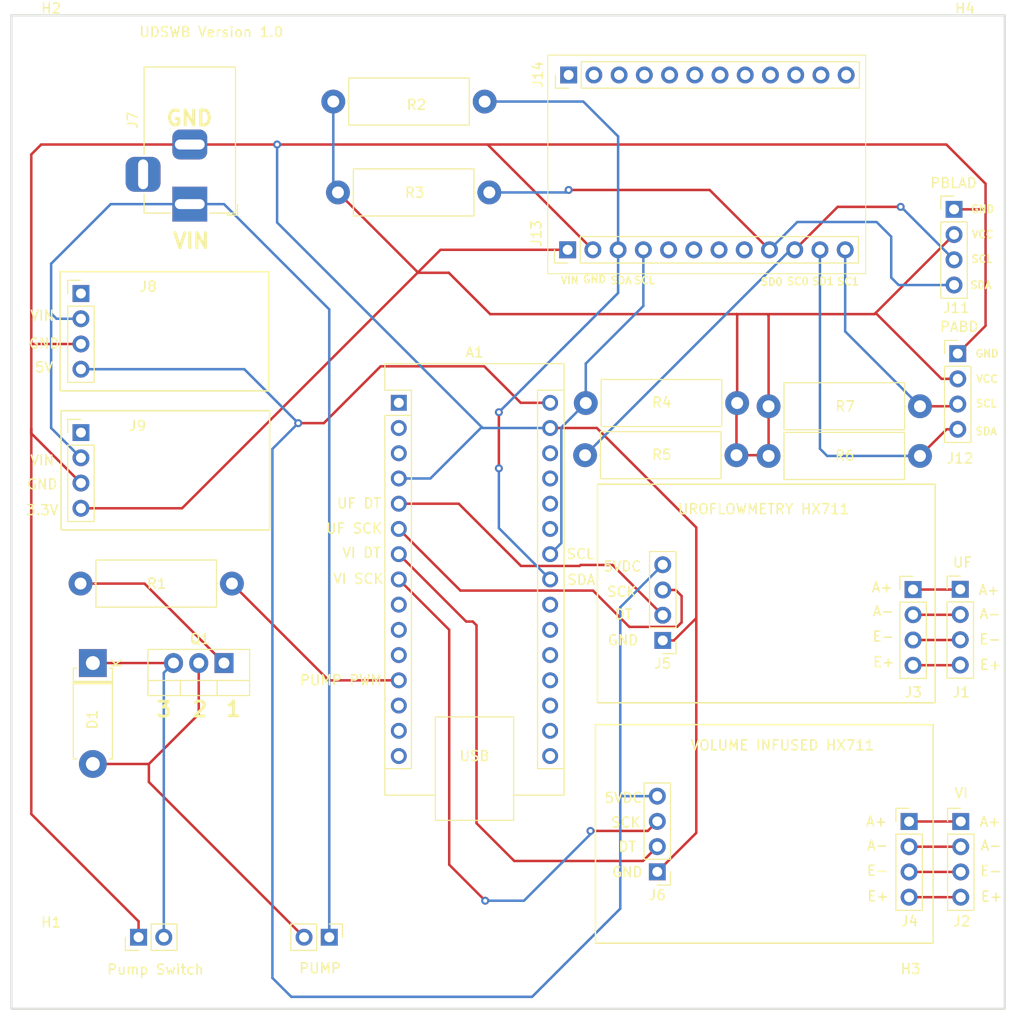
<source format=kicad_pcb>
(kicad_pcb (version 20211014) (generator pcbnew)
  (layers (0 "F.Cu" signal) (31 "B.Cu" signal) (34 "B.Paste" user) (35 "F.Paste" user) (36 "B.SilkS" user "B.Silkscreen") (37 "F.SilkS" user "F.Silkscreen") (38 "B.Mask" user) (39 "F.Mask" user) (44 "Edge.Cuts" user))
  (net 0 "")
  (net 4 "/GND")
  (net 5 "/UF_DT")
  (net 6 "/UF_SCK")
  (net 7 "/VI_DT")
  (net 8 "/VI_SCK")
  (net 12 "/MOTOR_PWM")
  (net 23 "/MUX_SDA")
  (net 24 "/MUX_SCL")
  (net 29 "/VCC_5DC")
  (net 30 "Net-(D1-Pad1)")
  (net 31 "Net-(D1-Pad2)")
  (net 32 "Net-(J1-Pad1)")
  (net 33 "Net-(J1-Pad2)")
  (net 34 "Net-(J1-Pad3)")
  (net 35 "Net-(J1-Pad4)")
  (net 36 "Net-(J2-Pad1)")
  (net 37 "Net-(J2-Pad2)")
  (net 38 "Net-(J2-Pad3)")
  (net 39 "Net-(J2-Pad4)")
  (net 40 "/VCC_12DC")
  (net 43 "/VCC_3.3DC")
  (net 44 "Net-(J11-Pad3)")
  (net 45 "Net-(J11-Pad4)")
  (net 46 "Net-(J12-Pad3)")
  (net 47 "Net-(J12-Pad4)")
  (net 64 "Net-(Q1-Pad1)")
  (footprint "Connector_PinHeader_2.54mm:PinHeader_1x04_P2.54mm_Vertical" (layer "F.Cu") (at 134.9 59.525)
    (fp_text reference "J11" (at 0.225 9.925) (layer "F.SilkS"))
    (fp_text value "PBLAD")
    (pad "1" thru_hole rect (at 0 0) (size 1.7 1.7) (drill 1) (layers *.Cu *.Mask) (net 4 "/GND"))
    (pad "2" thru_hole oval (at 0 2.54) (size 1.7 1.7) (drill 1) (layers *.Cu *.Mask) (net 43 "/VCC_3.3DC"))
    (pad "3" thru_hole oval (at 0 5.08) (size 1.7 1.7) (drill 1) (layers *.Cu *.Mask) (net 44 "Net-(J11-Pad3)"))
    (pad "4" thru_hole oval (at 0 7.62) (size 1.7 1.7) (drill 1) (layers *.Cu *.Mask) (net 45 "Net-(J11-Pad4)"))
  )
  (footprint "Connector_PinHeader_2.54mm:PinHeader_1x04_P2.54mm_Vertical" (layer "F.Cu") (at 130.375 121.15)
    (fp_text reference "J4" (at 0.05 10.025) (layer "F.SilkS"))
    (fp_text value "HX711_OUT_VI")
    (pad "1" thru_hole rect (at 0 0) (size 1.7 1.7) (drill 1) (layers *.Cu *.Mask) (net 36 "Net-(J2-Pad1)"))
    (pad "2" thru_hole oval (at 0 2.54) (size 1.7 1.7) (drill 1) (layers *.Cu *.Mask) (net 37 "Net-(J2-Pad2)"))
    (pad "3" thru_hole oval (at 0 5.08) (size 1.7 1.7) (drill 1) (layers *.Cu *.Mask) (net 38 "Net-(J2-Pad3)"))
    (pad "4" thru_hole oval (at 0 7.62) (size 1.7 1.7) (drill 1) (layers *.Cu *.Mask) (net 39 "Net-(J2-Pad4)"))
  )
  (footprint "Connector_PinHeader_2.54mm:PinHeader_1x04_P2.54mm_Vertical" (layer "F.Cu") (at 47 68)
    (fp_text reference "J8" (at 6.775 -0.7) (layer "F.SilkS"))
    (fp_text value "5vDC Buck Conv")
    (pad "1" thru_hole rect (at 0 0) (size 1.7 1.7) (drill 1) (layers *.Cu *.Mask))
    (pad "2" thru_hole oval (at 0 2.54) (size 1.7 1.7) (drill 1) (layers *.Cu *.Mask) (net 40 "/VCC_12DC"))
    (pad "3" thru_hole oval (at 0 5.08) (size 1.7 1.7) (drill 1) (layers *.Cu *.Mask) (net 4 "/GND"))
    (pad "4" thru_hole oval (at 0 7.62) (size 1.7 1.7) (drill 1) (layers *.Cu *.Mask) (net 29 "/VCC_5DC"))
  )
  (footprint "Connector_PinHeader_2.54mm:PinHeader_1x12_P2.54mm_Vertical" (layer "F.Cu") (at 96 63.6 90)
    (fp_text reference "J13" (at 1.65 -3.15 90) (layer "F.SilkS"))
    (fp_text value "TCA9548A Left")
    (pad "1" thru_hole rect (at 0 0 90) (size 1.7 1.7) (drill 1) (layers *.Cu *.Mask) (net 43 "/VCC_3.3DC"))
    (pad "2" thru_hole oval (at 0 2.54 90) (size 1.7 1.7) (drill 1) (layers *.Cu *.Mask) (net 4 "/GND"))
    (pad "3" thru_hole oval (at 0 5.08 90) (size 1.7 1.7) (drill 1) (layers *.Cu *.Mask) (net 23 "/MUX_SDA"))
    (pad "4" thru_hole oval (at 0 7.62 90) (size 1.7 1.7) (drill 1) (layers *.Cu *.Mask) (net 24 "/MUX_SCL"))
    (pad "5" thru_hole oval (at 0 10.16 90) (size 1.7 1.7) (drill 1) (layers *.Cu *.Mask))
    (pad "6" thru_hole oval (at 0 12.7 90) (size 1.7 1.7) (drill 1) (layers *.Cu *.Mask))
    (pad "7" thru_hole oval (at 0 15.24 90) (size 1.7 1.7) (drill 1) (layers *.Cu *.Mask))
    (pad "8" thru_hole oval (at 0 17.78 90) (size 1.7 1.7) (drill 1) (layers *.Cu *.Mask))
    (pad "9" thru_hole oval (at 0 20.32 90) (size 1.7 1.7) (drill 1) (layers *.Cu *.Mask) (net 45 "Net-(J11-Pad4)"))
    (pad "10" thru_hole oval (at 0 22.86 90) (size 1.7 1.7) (drill 1) (layers *.Cu *.Mask) (net 44 "Net-(J11-Pad3)"))
    (pad "11" thru_hole oval (at 0 25.4 90) (size 1.7 1.7) (drill 1) (layers *.Cu *.Mask) (net 47 "Net-(J12-Pad4)"))
    (pad "12" thru_hole oval (at 0 27.94 90) (size 1.7 1.7) (drill 1) (layers *.Cu *.Mask) (net 46 "Net-(J12-Pad3)"))
  )
  (footprint "Connector_PinHeader_2.54mm:PinHeader_1x04_P2.54mm_Vertical" (layer "F.Cu") (at 105.575 102.925 180)
    (fp_text reference "J5" (at 0 -2.33) (layer "F.SilkS"))
    (fp_text value "HX711_OUT_UF")
    (pad "1" thru_hole rect (at 0 0 180) (size 1.7 1.7) (drill 1) (layers *.Cu *.Mask) (net 4 "/GND"))
    (pad "2" thru_hole oval (at 0 2.54 180) (size 1.7 1.7) (drill 1) (layers *.Cu *.Mask) (net 5 "/UF_DT"))
    (pad "3" thru_hole oval (at 0 5.08 180) (size 1.7 1.7) (drill 1) (layers *.Cu *.Mask) (net 6 "/UF_SCK"))
    (pad "4" thru_hole oval (at 0 7.62 180) (size 1.7 1.7) (drill 1) (layers *.Cu *.Mask) (net 29 "/VCC_5DC"))
  )
  (footprint "Connector_PinHeader_2.54mm:PinHeader_1x04_P2.54mm_Vertical" (layer "F.Cu") (at 135.525 97.775)
    (fp_text reference "J1" (at 0.1 10.375) (layer "F.SilkS"))
    (fp_text value "LOADCELL_OUT_UF")
    (pad "1" thru_hole rect (at 0 0) (size 1.7 1.7) (drill 1) (layers *.Cu *.Mask) (net 32 "Net-(J1-Pad1)"))
    (pad "2" thru_hole oval (at 0 2.54) (size 1.7 1.7) (drill 1) (layers *.Cu *.Mask) (net 33 "Net-(J1-Pad2)"))
    (pad "3" thru_hole oval (at 0 5.08) (size 1.7 1.7) (drill 1) (layers *.Cu *.Mask) (net 34 "Net-(J1-Pad3)"))
    (pad "4" thru_hole oval (at 0 7.62) (size 1.7 1.7) (drill 1) (layers *.Cu *.Mask) (net 35 "Net-(J1-Pad4)"))
  )
  (footprint "Connector_PinHeader_2.54mm:PinHeader_1x04_P2.54mm_Vertical" (layer "F.Cu") (at 135.575 121.15)
    (fp_text reference "J2" (at 0.1 10.05) (layer "F.SilkS"))
    (fp_text value "LOADCELL_OUT_VI")
    (pad "1" thru_hole rect (at 0 0) (size 1.7 1.7) (drill 1) (layers *.Cu *.Mask) (net 36 "Net-(J2-Pad1)"))
    (pad "2" thru_hole oval (at 0 2.54) (size 1.7 1.7) (drill 1) (layers *.Cu *.Mask) (net 37 "Net-(J2-Pad2)"))
    (pad "3" thru_hole oval (at 0 5.08) (size 1.7 1.7) (drill 1) (layers *.Cu *.Mask) (net 38 "Net-(J2-Pad3)"))
    (pad "4" thru_hole oval (at 0 7.62) (size 1.7 1.7) (drill 1) (layers *.Cu *.Mask) (net 39 "Net-(J2-Pad4)"))
  )
  (footprint "Connector_PinHeader_2.54mm:PinHeader_1x04_P2.54mm_Vertical" (layer "F.Cu") (at 135.275 74.05)
    (fp_text reference "J12" (at 0.225 10.55) (layer "F.SilkS"))
    (fp_text value "PABD")
    (pad "1" thru_hole rect (at 0 0) (size 1.7 1.7) (drill 1) (layers *.Cu *.Mask) (net 4 "/GND"))
    (pad "2" thru_hole oval (at 0 2.54) (size 1.7 1.7) (drill 1) (layers *.Cu *.Mask) (net 43 "/VCC_3.3DC"))
    (pad "3" thru_hole oval (at 0 5.08) (size 1.7 1.7) (drill 1) (layers *.Cu *.Mask) (net 46 "Net-(J12-Pad3)"))
    (pad "4" thru_hole oval (at 0 7.62) (size 1.7 1.7) (drill 1) (layers *.Cu *.Mask) (net 47 "Net-(J12-Pad4)"))
  )
  (footprint "Resistor_THT:R_Axial_DIN0414_L11.9mm_D4.5mm_P15.24mm_Horizontal" (layer "F.Cu") (at 116.23 84.35)
    (fp_text reference "R6" (at 7.67 -0.025) (layer "F.SilkS"))
    (fp_text value "R")
    (pad "1" thru_hole circle (at 0 0) (size 2.4 2.4) (drill 1.2) (layers *.Cu *.Mask) (net 43 "/VCC_3.3DC"))
    (pad "2" thru_hole oval (at 15.24 0) (size 2.4 2.4) (drill 1.2) (layers *.Cu *.Mask) (net 47 "Net-(J12-Pad4)"))
  )
  (footprint "Resistor_THT:R_Axial_DIN0414_L11.9mm_D4.5mm_P15.24mm_Horizontal" (layer "F.Cu") (at 72.875 57.825)
    (fp_text reference "R3" (at 7.725 0.025) (layer "F.SilkS"))
    (fp_text value "R")
    (pad "1" thru_hole circle (at 0 0) (size 2.4 2.4) (drill 1.2) (layers *.Cu *.Mask) (net 43 "/VCC_3.3DC"))
    (pad "2" thru_hole oval (at 15.24 0) (size 2.4 2.4) (drill 1.2) (layers *.Cu *.Mask) (net 45 "Net-(J11-Pad4)"))
  )
  (footprint "Resistor_THT:R_Axial_DIN0414_L11.9mm_D4.5mm_P15.24mm_Horizontal" (layer "F.Cu") (at 62.2 97.2 180)
    (fp_text reference "R1" (at 7.575 0) (layer "F.SilkS"))
    (fp_text value "R_Small")
    (pad "1" thru_hole circle (at 0 0 180) (size 2.4 2.4) (drill 1.2) (layers *.Cu *.Mask) (net 12 "/MOTOR_PWM"))
    (pad "2" thru_hole oval (at 15.24 0 180) (size 2.4 2.4) (drill 1.2) (layers *.Cu *.Mask) (net 64 "Net-(Q1-Pad1)"))
  )
  (footprint "Connector_PinHeader_2.54mm:PinHeader_1x02_P2.54mm_Vertical" (layer "F.Cu") (at 52.8 132.8 90)
    (fp_text reference "Pump Switch" (at -3.25 1.7 180) (layer "F.SilkS"))
    (fp_text value "Pump Switch")
    (pad "1" thru_hole rect (at 0 0 90) (size 1.7 1.7) (drill 1) (layers *.Cu *.Mask) (net 4 "/GND"))
    (pad "2" thru_hole oval (at 0 2.54 90) (size 1.7 1.7) (drill 1) (layers *.Cu *.Mask) (net 30 "Net-(D1-Pad1)"))
  )
  (footprint "MountingHole:MountingHole_3.7mm" (layer "F.Cu") (at 44 44)
    (fp_text reference "H2" (at 0 -4.7) (layer "F.SilkS"))
    (fp_text value "MountingHole")
    (pad "" np_thru_hole circle (at 0 0) (size 3.7 3.7) (drill 3.7) (layers *.Cu *.Mask))
  )
  (footprint "Resistor_THT:R_Axial_DIN0414_L11.9mm_D4.5mm_P15.24mm_Horizontal" (layer "F.Cu") (at 116.23 79.35)
    (fp_text reference "R7" (at 7.695 0) (layer "F.SilkS"))
    (fp_text value "R")
    (pad "1" thru_hole circle (at 0 0) (size 2.4 2.4) (drill 1.2) (layers *.Cu *.Mask) (net 43 "/VCC_3.3DC"))
    (pad "2" thru_hole oval (at 15.24 0) (size 2.4 2.4) (drill 1.2) (layers *.Cu *.Mask) (net 46 "Net-(J12-Pad3)"))
  )
  (footprint "Connector_PinHeader_2.54mm:PinHeader_1x12_P2.54mm_Vertical" (layer "F.Cu") (at 96.1 46 90)
    (fp_text reference "J14" (at 0.05 -3.1 90) (layer "F.SilkS"))
    (fp_text value "TCA9548A Right")
    (pad "1" thru_hole rect (at 0 0 90) (size 1.7 1.7) (drill 1) (layers *.Cu *.Mask))
    (pad "2" thru_hole oval (at 0 2.54 90) (size 1.7 1.7) (drill 1) (layers *.Cu *.Mask))
    (pad "3" thru_hole oval (at 0 5.08 90) (size 1.7 1.7) (drill 1) (layers *.Cu *.Mask))
    (pad "4" thru_hole oval (at 0 7.62 90) (size 1.7 1.7) (drill 1) (layers *.Cu *.Mask))
    (pad "5" thru_hole oval (at 0 10.16 90) (size 1.7 1.7) (drill 1) (layers *.Cu *.Mask))
    (pad "6" thru_hole oval (at 0 12.7 90) (size 1.7 1.7) (drill 1) (layers *.Cu *.Mask))
    (pad "7" thru_hole oval (at 0 15.24 90) (size 1.7 1.7) (drill 1) (layers *.Cu *.Mask))
    (pad "8" thru_hole oval (at 0 17.78 90) (size 1.7 1.7) (drill 1) (layers *.Cu *.Mask))
    (pad "9" thru_hole oval (at 0 20.32 90) (size 1.7 1.7) (drill 1) (layers *.Cu *.Mask))
    (pad "10" thru_hole oval (at 0 22.86 90) (size 1.7 1.7) (drill 1) (layers *.Cu *.Mask))
    (pad "11" thru_hole oval (at 0 25.4 90) (size 1.7 1.7) (drill 1) (layers *.Cu *.Mask))
    (pad "12" thru_hole oval (at 0 27.94 90) (size 1.7 1.7) (drill 1) (layers *.Cu *.Mask))
  )
  (footprint "Connector_BarrelJack:BarrelJack_Horizontal" (layer "F.Cu") (at 57.9575 59 -90)
    (fp_text reference "J7" (at -8.45 5.75 90) (layer "F.SilkS"))
    (fp_text value "Barrel_Jack_MountingPin")
    (pad "1" thru_hole rect (at 0 0 270) (size 3.5 3.5) (drill oval 1 3) (layers *.Cu *.Mask) (net 40 "/VCC_12DC"))
    (pad "2" thru_hole roundrect (at -6 0 270) (size 3 3.5) (drill oval 1 3) (layers *.Cu *.Mask) (net 4 "/GND"))
    (pad "3" thru_hole roundrect (at -3 4.7 270) (size 3.5 3.5) (drill oval 3 1) (layers *.Cu *.Mask))
  )
  (footprint "Connector_PinHeader_2.54mm:PinHeader_1x02_P2.54mm_Vertical" (layer "F.Cu") (at 72 132.8 -90)
    (fp_text reference "PUMP" (at 3.125 0.925 180) (layer "F.SilkS"))
    (fp_text value "Pump Connection")
    (pad "1" thru_hole rect (at 0 0 270) (size 1.7 1.7) (drill 1) (layers *.Cu *.Mask) (net 40 "/VCC_12DC"))
    (pad "2" thru_hole oval (at 0 2.54 270) (size 1.7 1.7) (drill 1) (layers *.Cu *.Mask) (net 31 "Net-(D1-Pad2)"))
  )
  (footprint "Resistor_THT:R_Axial_DIN0414_L11.9mm_D4.5mm_P15.24mm_Horizontal" (layer "F.Cu") (at 97.825 79.025)
    (fp_text reference "R4" (at 7.65 -0.05) (layer "F.SilkS"))
    (fp_text value "R")
    (pad "1" thru_hole circle (at 0 0) (size 2.4 2.4) (drill 1.2) (layers *.Cu *.Mask) (net 24 "/MUX_SCL"))
    (pad "2" thru_hole oval (at 15.24 0) (size 2.4 2.4) (drill 1.2) (layers *.Cu *.Mask) (net 43 "/VCC_3.3DC"))
  )
  (footprint "Diode_THT:D_5W_P10.16mm_Horizontal" (layer "F.Cu") (at 48.2 105.2 -90)
    (fp_text reference "D1" (at 5.7 0.05 90) (layer "F.SilkS"))
    (fp_text value "DIODE")
    (fp_text user "K" (at 0 -2.4 90) (layer "F.SilkS"))
    (pad "1" thru_hole rect (at 0 0 270) (size 2.8 2.8) (drill 1.4) (layers *.Cu *.Mask) (net 30 "Net-(D1-Pad1)"))
    (pad "2" thru_hole oval (at 10.16 0 270) (size 2.8 2.8) (drill 1.4) (layers *.Cu *.Mask) (net 31 "Net-(D1-Pad2)"))
  )
  (footprint "MountingHole:MountingHole_3.7mm" (layer "F.Cu") (at 136 44)
    (fp_text reference "H4" (at 0 -4.7) (layer "F.SilkS"))
    (fp_text value "MountingHole")
    (pad "" np_thru_hole circle (at 0 0) (size 3.7 3.7) (drill 3.7) (layers *.Cu *.Mask))
  )
  (footprint "MountingHole:MountingHole_3.7mm" (layer "F.Cu") (at 136 136)
    (fp_text reference "H3" (at -5.475 0) (layer "F.SilkS"))
    (fp_text value "MountingHole")
    (pad "" np_thru_hole circle (at 0 0) (size 3.7 3.7) (drill 3.7) (layers *.Cu *.Mask))
  )
  (footprint "Connector_PinHeader_2.54mm:PinHeader_1x04_P2.54mm_Vertical" (layer "F.Cu") (at 130.775 97.8)
    (fp_text reference "J3" (at 0.025 10.35) (layer "F.SilkS"))
    (fp_text value "HX711_OUT_UF")
    (pad "1" thru_hole rect (at 0 0) (size 1.7 1.7) (drill 1) (layers *.Cu *.Mask) (net 32 "Net-(J1-Pad1)"))
    (pad "2" thru_hole oval (at 0 2.54) (size 1.7 1.7) (drill 1) (layers *.Cu *.Mask) (net 33 "Net-(J1-Pad2)"))
    (pad "3" thru_hole oval (at 0 5.08) (size 1.7 1.7) (drill 1) (layers *.Cu *.Mask) (net 34 "Net-(J1-Pad3)"))
    (pad "4" thru_hole oval (at 0 7.62) (size 1.7 1.7) (drill 1) (layers *.Cu *.Mask) (net 35 "Net-(J1-Pad4)"))
  )
  (footprint "Connector_PinHeader_2.54mm:PinHeader_1x04_P2.54mm_Vertical" (layer "F.Cu") (at 47 82)
    (fp_text reference "J9" (at 5.7 -0.675) (layer "F.SilkS"))
    (fp_text value "3.3vDC Buck Conv")
    (pad "1" thru_hole rect (at 0 0) (size 1.7 1.7) (drill 1) (layers *.Cu *.Mask))
    (pad "2" thru_hole oval (at 0 2.54) (size 1.7 1.7) (drill 1) (layers *.Cu *.Mask) (net 40 "/VCC_12DC"))
    (pad "3" thru_hole oval (at 0 5.08) (size 1.7 1.7) (drill 1) (layers *.Cu *.Mask) (net 4 "/GND"))
    (pad "4" thru_hole oval (at 0 7.62) (size 1.7 1.7) (drill 1) (layers *.Cu *.Mask) (net 43 "/VCC_3.3DC"))
  )
  (footprint "Package_TO_SOT_THT:TO-220-3_Vertical" (layer "F.Cu") (at 61.4 105.2 180)
    (fp_text reference "Q1" (at 2.425 2.425) (layer "F.SilkS"))
    (fp_text value "TIP120")
    (pad "1" thru_hole rect (at 0 0 180) (size 1.905 2) (drill 1.1) (layers *.Cu *.Mask) (net 64 "Net-(Q1-Pad1)"))
    (pad "2" thru_hole oval (at 2.54 0 180) (size 1.905 2) (drill 1.1) (layers *.Cu *.Mask) (net 31 "Net-(D1-Pad2)"))
    (pad "3" thru_hole oval (at 5.08 0 180) (size 1.905 2) (drill 1.1) (layers *.Cu *.Mask) (net 30 "Net-(D1-Pad1)"))
  )
  (footprint "Module:Arduino_Nano" (layer "F.Cu") (at 79 79)
    (fp_text reference "A1" (at 7.62 -5.08) (layer "F.SilkS"))
    (fp_text value "Arduino_Nano_v3.x")
    (fp_text user "USB" (at 7.62 35.56 unlocked) (layer "F.SilkS"))
    (pad "1" thru_hole rect (at 0 0) (size 1.6 1.6) (drill 1) (layers *.Cu *.Mask))
    (pad "2" thru_hole oval (at 0 2.54) (size 1.6 1.6) (drill 1) (layers *.Cu *.Mask))
    (pad "3" thru_hole oval (at 0 5.08) (size 1.6 1.6) (drill 1) (layers *.Cu *.Mask))
    (pad "4" thru_hole oval (at 0 7.62) (size 1.6 1.6) (drill 1) (layers *.Cu *.Mask) (net 4 "/GND"))
    (pad "5" thru_hole oval (at 0 10.16) (size 1.6 1.6) (drill 1) (layers *.Cu *.Mask) (net 5 "/UF_DT"))
    (pad "6" thru_hole oval (at 0 12.7) (size 1.6 1.6) (drill 1) (layers *.Cu *.Mask) (net 6 "/UF_SCK"))
    (pad "7" thru_hole oval (at 0 15.24) (size 1.6 1.6) (drill 1) (layers *.Cu *.Mask) (net 7 "/VI_DT"))
    (pad "8" thru_hole oval (at 0 17.78) (size 1.6 1.6) (drill 1) (layers *.Cu *.Mask) (net 8 "/VI_SCK"))
    (pad "9" thru_hole oval (at 0 20.32) (size 1.6 1.6) (drill 1) (layers *.Cu *.Mask))
    (pad "10" thru_hole oval (at 0 22.86) (size 1.6 1.6) (drill 1) (layers *.Cu *.Mask))
    (pad "11" thru_hole oval (at 0 25.4) (size 1.6 1.6) (drill 1) (layers *.Cu *.Mask))
    (pad "12" thru_hole oval (at 0 27.94) (size 1.6 1.6) (drill 1) (layers *.Cu *.Mask) (net 12 "/MOTOR_PWM"))
    (pad "13" thru_hole oval (at 0 30.48) (size 1.6 1.6) (drill 1) (layers *.Cu *.Mask))
    (pad "14" thru_hole oval (at 0 33.02) (size 1.6 1.6) (drill 1) (layers *.Cu *.Mask))
    (pad "15" thru_hole oval (at 0 35.56) (size 1.6 1.6) (drill 1) (layers *.Cu *.Mask))
    (pad "16" thru_hole oval (at 15.24 35.56) (size 1.6 1.6) (drill 1) (layers *.Cu *.Mask))
    (pad "17" thru_hole oval (at 15.24 33.02) (size 1.6 1.6) (drill 1) (layers *.Cu *.Mask))
    (pad "18" thru_hole oval (at 15.24 30.48) (size 1.6 1.6) (drill 1) (layers *.Cu *.Mask))
    (pad "19" thru_hole oval (at 15.24 27.94) (size 1.6 1.6) (drill 1) (layers *.Cu *.Mask))
    (pad "20" thru_hole oval (at 15.24 25.4) (size 1.6 1.6) (drill 1) (layers *.Cu *.Mask))
    (pad "21" thru_hole oval (at 15.24 22.86) (size 1.6 1.6) (drill 1) (layers *.Cu *.Mask))
    (pad "22" thru_hole oval (at 15.24 20.32) (size 1.6 1.6) (drill 1) (layers *.Cu *.Mask))
    (pad "23" thru_hole oval (at 15.24 17.78) (size 1.6 1.6) (drill 1) (layers *.Cu *.Mask) (net 23 "/MUX_SDA"))
    (pad "24" thru_hole oval (at 15.24 15.24) (size 1.6 1.6) (drill 1) (layers *.Cu *.Mask) (net 24 "/MUX_SCL"))
    (pad "25" thru_hole oval (at 15.24 12.7) (size 1.6 1.6) (drill 1) (layers *.Cu *.Mask))
    (pad "26" thru_hole oval (at 15.24 10.16) (size 1.6 1.6) (drill 1) (layers *.Cu *.Mask))
    (pad "27" thru_hole oval (at 15.24 7.62) (size 1.6 1.6) (drill 1) (layers *.Cu *.Mask))
    (pad "28" thru_hole oval (at 15.24 5.08) (size 1.6 1.6) (drill 1) (layers *.Cu *.Mask))
    (pad "29" thru_hole oval (at 15.24 2.54) (size 1.6 1.6) (drill 1) (layers *.Cu *.Mask) (net 4 "/GND"))
    (pad "30" thru_hole oval (at 15.24 0) (size 1.6 1.6) (drill 1) (layers *.Cu *.Mask) (net 29 "/VCC_5DC"))
  )
  (footprint "Resistor_THT:R_Axial_DIN0414_L11.9mm_D4.5mm_P15.24mm_Horizontal" (layer "F.Cu") (at 87.645 48.675 180)
    (fp_text reference "R2" (at 6.87 -0.325) (layer "F.SilkS"))
    (fp_text value "R")
    (pad "1" thru_hole circle (at 0 0 180) (size 2.4 2.4) (drill 1.2) (layers *.Cu *.Mask) (net 23 "/MUX_SDA"))
    (pad "2" thru_hole oval (at 15.24 0 180) (size 2.4 2.4) (drill 1.2) (layers *.Cu *.Mask) (net 43 "/VCC_3.3DC"))
  )
  (footprint "MountingHole:MountingHole_3.7mm" (layer "F.Cu") (at 44 136)
    (fp_text reference "H1" (at 0 -4.7) (layer "F.SilkS"))
    (fp_text value "MountingHole")
    (pad "" np_thru_hole circle (at 0 0) (size 3.7 3.7) (drill 3.7) (layers *.Cu *.Mask))
  )
  (footprint "Resistor_THT:R_Axial_DIN0414_L11.9mm_D4.5mm_P15.24mm_Horizontal" (layer "F.Cu") (at 112.995 84.275 180)
    (fp_text reference "R5" (at 7.52 0.05) (layer "F.SilkS"))
    (fp_text value "R")
    (pad "1" thru_hole circle (at 0 0 180) (size 2.4 2.4) (drill 1.2) (layers *.Cu *.Mask) (net 43 "/VCC_3.3DC"))
    (pad "2" thru_hole oval (at 15.24 0 180) (size 2.4 2.4) (drill 1.2) (layers *.Cu *.Mask) (net 44 "Net-(J11-Pad3)"))
  )
  (footprint "Connector_PinHeader_2.54mm:PinHeader_1x04_P2.54mm_Vertical" (layer "F.Cu") (at 105.025 126.22 180)
    (fp_text reference "J6" (at 0 -2.33) (layer "F.SilkS"))
    (fp_text value "HX711_OUT_VI")
    (pad "1" thru_hole rect (at 0 0 180) (size 1.7 1.7) (drill 1) (layers *.Cu *.Mask) (net 4 "/GND"))
    (pad "2" thru_hole oval (at 0 2.54 180) (size 1.7 1.7) (drill 1) (layers *.Cu *.Mask) (net 7 "/VI_DT"))
    (pad "3" thru_hole oval (at 0 5.08 180) (size 1.7 1.7) (drill 1) (layers *.Cu *.Mask) (net 8 "/VI_SCK"))
    (pad "4" thru_hole oval (at 0 7.62 180) (size 1.7 1.7) (drill 1) (layers *.Cu *.Mask) (net 29 "/VCC_5DC"))
  )
  (gr_rect (start 99 87.2) (end 133 109.2) (layer "F.SilkS") (width 0.15) (fill none))
  (gr_rect (start 98.8 111.4) (end 132.8 133.4) (layer "F.SilkS") (width 0.15) (fill none))
  (gr_rect (start 45 79.8) (end 66 91.8) (layer "F.SilkS") (width 0.15) (fill none))
  (gr_rect (start 94 44) (end 126 66) (layer "F.SilkS") (width 0.1) (fill none))
  (gr_rect (start 44.9 65.8) (end 65.9 77.8) (layer "F.SilkS") (width 0.15) (fill none))
  (gr_rect (start 40 40) (end 140 140) (layer "Edge.Cuts") (width 0.2) (fill none))
  (gr_text "VI SCK\n" (at 74.925 96.725) (layer "F.SilkS") (effects (font (size 1 1))))
  (gr_text "A-" (at 138.625 123.575) (layer "F.SilkS") (effects (font (size 1 1))))
  (gr_text "SDA\n" (at 101.377215 66.671737) (layer "F.SilkS") (effects (font (size 0.75 0.75))))
  (gr_text "GND" (at 98.702215 66.571737) (layer "F.SilkS") (effects (font (size 0.75 0.75))))
  (gr_text "VOLUME INFUSED HX711" (at 117.625 113.475) (layer "F.SilkS") (effects (font (size 1 1))))
  (gr_text "SC1" (at 124.225 66.8) (layer "F.SilkS") (effects (font (size 0.75 0.75))))
  (gr_text "SC0" (at 119.175 66.775) (layer "F.SilkS") (effects (font (size 0.75 0.75))))
  (gr_text "SCK\n" (at 101.85 121.245) (layer "F.SilkS") (effects (font (size 1 1))))
  (gr_text "2" (at 58.975 109.85) (layer "F.SilkS") (effects (font (size 1.5 1.5) (thickness 0.3))))
  (gr_text "SCL" (at 138.15 79.075) (layer "F.SilkS") (effects (font (size 0.75 0.75))))
  (gr_text "5V" (at 43.275 75.425) (layer "F.SilkS") (effects (font (size 1 1))))
  (gr_text "SCL" (at 103.725 66.675) (layer "F.SilkS") (effects (font (size 0.75 0.75))))
  (gr_text "GND" (at 43.3 73.025) (layer "F.SilkS") (effects (font (size 1 1))))
  (gr_text "A+" (at 138.525 121.175) (layer "F.SilkS") (effects (font (size 1 1))))
  (gr_text "VCC" (at 137.775 62.05) (layer "F.SilkS") (effects (font (size 0.75 0.75))))
  (gr_text "E+" (at 127.825 105.1) (layer "F.SilkS") (effects (font (size 1 1))))
  (gr_text "GND" (at 138.225 74.05) (layer "F.SilkS") (effects (font (size 0.75 0.75))))
  (gr_text "GND" (at 102 126.245) (layer "F.SilkS") (effects (font (size 1 1))))
  (gr_text "VIN" (at 43.1 70.225) (layer "F.SilkS") (effects (font (size 1 1))))
  (gr_text "3.3V\n" (at 43.1 89.8) (layer "F.SilkS") (effects (font (size 1 1))))
  (gr_text "GND" (at 101.575 102.9) (layer "F.SilkS") (effects (font (size 1 1))))
  (gr_text "5VDC" (at 101.625 118.77) (layer "F.SilkS") (effects (font (size 1 1))))
  (gr_text "SCK\n" (at 101.45 98.025) (layer "F.SilkS") (effects (font (size 1 1))))
  (gr_text "E-" (at 127.775 102.525) (layer "F.SilkS") (effects (font (size 1 1))))
  (gr_text "VCC" (at 138.225 76.6) (layer "F.SilkS") (effects (font (size 0.75 0.75))))
  (gr_text "A+" (at 127.675 97.575) (layer "F.SilkS") (effects (font (size 1 1))))
  (gr_text "GND" (at 137.775 59.5) (layer "F.SilkS") (effects (font (size 0.75 0.75))))
  (gr_text "UF SCK" (at 74.5 91.65) (layer "F.SilkS") (effects (font (size 1 1))))
  (gr_text "PUMP PWM" (at 73.175 106.925) (layer "F.SilkS") (effects (font (size 1 1))))
  (gr_text "SDA" (at 97.375 96.825) (layer "F.SilkS") (effects (font (size 1 1))))
  (gr_text "GND" (at 43.1 87.2) (layer "F.SilkS") (effects (font (size 1 1))))
  (gr_text "SCL" (at 97.275 94.225) (layer "F.SilkS") (effects (font (size 1 1))))
  (gr_text "VIN" (at 96.202215 66.646737) (layer "F.SilkS") (effects (font (size 0.75 0.75))))
  (gr_text "SDA" (at 138.15 81.875) (layer "F.SilkS") (effects (font (size 0.75 0.75))))
  (gr_text "SD0" (at 116.55 66.825) (layer "F.SilkS") (effects (font (size 0.75 0.75))))
  (gr_text "A-" (at 127.2 123.55) (layer "F.SilkS") (effects (font (size 1 1))))
  (gr_text "UF DT" (at 75 89.125) (layer "F.SilkS") (effects (font (size 1 1))))
  (gr_text "UDSWB Version 1.0" (at 60.125 41.675) (layer "F.SilkS") (effects (font (size 1 1))))
  (gr_text "GND" (at 57.925 50.35) (layer "F.SilkS") (effects (font (size 1.5 1.5) (thickness 0.3))))
  (gr_text "E+" (at 138.575 105.375) (layer "F.SilkS") (effects (font (size 1 1))))
  (gr_text "SDA" (at 137.6 67.15) (layer "F.SilkS") (effects (font (size 0.75 0.75))))
  (gr_text "VI\n" (at 135.625 118.3) (layer "F.SilkS") (effects (font (size 1 1))))
  (gr_text "SD1" (at 121.7 66.775) (layer "F.SilkS") (effects (font (size 0.75 0.75))))
  (gr_text "SCL" (at 137.7 64.525) (layer "F.SilkS") (effects (font (size 0.75 0.75))))
  (gr_text "A+" (at 138.425 97.85) (layer "F.SilkS") (effects (font (size 1 1))))
  (gr_text "1" (at 62.35 109.825) (layer "F.SilkS") (effects (font (size 1.5 1.5) (thickness 0.3))))
  (gr_text "PBLAD\n" (at 134.85 56.875) (layer "F.SilkS") (effects (font (size 1 1))))
  (gr_text "5VDC" (at 101.5 95.475) (layer "F.SilkS") (effects (font (size 1 1))))
  (gr_text "E+" (at 127.25 128.675) (layer "F.SilkS") (effects (font (size 1 1))))
  (gr_text "UF" (at 135.75 95.075) (layer "F.SilkS") (effects (font (size 1 1))))
  (gr_text "E-" (at 138.525 102.8) (layer "F.SilkS") (effects (font (size 1 1))))
  (gr_text "3" (at 55.35 109.875) (layer "F.SilkS") (effects (font (size 1.5 1.5) (thickness 0.3))))
  (gr_text "UROFLOWMETRY HX711" (at 115.725 89.7) (layer "F.SilkS") (effects (font (size 1 1))))
  (gr_text "VI DT" (at 75.25 94.1) (layer "F.SilkS") (effects (font (size 1 1))))
  (gr_text "A-" (at 138.525 100.25) (layer "F.SilkS") (effects (font (size 1 1))))
  (gr_text "PABD" (at 135.425 71.35) (layer "F.SilkS") (effects (font (size 1 1))))
  (gr_text "VIN" (at 58.1 62.7) (layer "F.SilkS") (effects (font (size 1.5 1.5) (thickness 0.3))))
  (gr_text "A-" (at 127.775 99.975) (layer "F.SilkS") (effects (font (size 1 1))))
  (gr_text "VIN" (at 43.1 84.8) (layer "F.SilkS") (effects (font (size 1 1))))
  (gr_text "E-" (at 138.625 126.125) (layer "F.SilkS") (effects (font (size 1 1))))
  (gr_text "A+" (at 127.1 121.15) (layer "F.SilkS") (effects (font (size 1 1))))
  (gr_text "E+" (at 138.675 128.7) (layer "F.SilkS") (effects (font (size 1 1))))
  (gr_text "DT" (at 101.625 100.3) (layer "F.SilkS") (effects (font (size 1 1))))
  (gr_text "DT" (at 102 123.695) (layer "F.SilkS") (effects (font (size 1 1))))
  (gr_text "E-" (at 127.2 126.1) (layer "F.SilkS") (effects (font (size 1 1))))
  (segment (start 42 82.08) (end 47 87.08) (width 0.25) (layer "F.Cu") (net 4))
  (segment (start 47 73.08) (end 42.045 73.08) (width 0.25) (layer "F.Cu") (net 4))
  (segment (start 57.9575 53) (end 66.75 53) (width 0.25) (layer "F.Cu") (net 4))
  (segment (start 42 73.125) (end 42 81.6) (width 0.25) (layer "F.Cu") (net 4))
  (segment (start 134.125 53) (end 138.075 56.95) (width 0.25) (layer "F.Cu") (net 4))
  (segment (start 138.075 56.95) (end 138.075 59.575) (width 0.25) (layer "F.Cu") (net 4))
  (segment (start 106.7 102.925) (end 105.575 102.925) (width 0.25) (layer "F.Cu") (net 4))
  (segment (start 87.94 53) (end 98.54 63.6) (width 0.25) (layer "F.Cu") (net 4))
  (segment (start 108.95 91.55) (end 108.95 100.675) (width 0.25) (layer "F.Cu") (net 4))
  (segment (start 108.95 100.675) (end 108.95 122.295) (width 0.25) (layer "F.Cu") (net 4))
  (segment (start 138.075 71.25) (end 135.275 74.05) (width 0.25) (layer "F.Cu") (net 4))
  (segment (start 108.95 100.675) (end 106.7 102.925) (width 0.25) (layer "F.Cu") (net 4))
  (segment (start 42 54) (end 42 73.125) (width 0.25) (layer "F.Cu") (net 4))
  (segment (start 42.045 73.08) (end 42 73.125) (width 0.25) (layer "F.Cu") (net 4))
  (segment (start 108.95 122.295) (end 105.025 126.22) (width 0.25) (layer "F.Cu") (net 4))
  (segment (start 94.24 81.54) (end 98.94 81.54) (width 0.25) (layer "F.Cu") (net 4))
  (segment (start 87.94 53) (end 134.125 53) (width 0.25) (layer "F.Cu") (net 4))
  (segment (start 57.9575 53) (end 43 53) (width 0.25) (layer "F.Cu") (net 4))
  (segment (start 52.8 131.2) (end 42 120.4) (width 0.25) (layer "F.Cu") (net 4))
  (segment (start 42 120.4) (end 42 81.6) (width 0.25) (layer "F.Cu") (net 4))
  (segment (start 52.8 132.8) (end 52.8 131.2) (width 0.25) (layer "F.Cu") (net 4))
  (segment (start 66.75 53) (end 87.94 53) (width 0.25) (layer "F.Cu") (net 4))
  (segment (start 43 53) (end 42 54) (width 0.25) (layer "F.Cu") (net 4))
  (segment (start 134.9 59.525) (end 138.025 59.525) (width 0.25) (layer "F.Cu") (net 4))
  (segment (start 138.075 59.575) (end 138.075 71.25) (width 0.25) (layer "F.Cu") (net 4))
  (segment (start 42 81.6) (end 42 82.08) (width 0.25) (layer "F.Cu") (net 4))
  (segment (start 98.94 81.54) (end 108.95 91.55) (width 0.25) (layer "F.Cu") (net 4))
  (segment (start 138.025 59.525) (end 138.075 59.575) (width 0.25) (layer "F.Cu") (net 4))
  (via (at 66.75 53) (size 0.8) (drill 0.4) (layers "F.Cu" "B.Cu") (net 4))
  (segment (start 87.35 81.45) (end 82.18 86.62) (width 0.25) (layer "B.Cu") (net 4))
  (segment (start 87.35 81.45) (end 87.44 81.54) (width 0.25) (layer "B.Cu") (net 4))
  (segment (start 66.75 60.85) (end 87.35 81.45) (width 0.25) (layer "B.Cu") (net 4))
  (segment (start 66.75 53) (end 66.75 60.85) (width 0.25) (layer "B.Cu") (net 4))
  (segment (start 82.18 86.62) (end 79 86.62) (width 0.25) (layer "B.Cu") (net 4))
  (segment (start 87.44 81.54) (end 94.24 81.54) (width 0.25) (layer "B.Cu") (net 4))
  (segment (start 100.515 95.325) (end 105.575 100.385) (width 0.25) (layer "F.Cu") (net 5))
  (segment (start 85.035 89.16) (end 91.3 95.425) (width 0.25) (layer "F.Cu") (net 5))
  (segment (start 97.3 95.325) (end 100.515 95.325) (width 0.25) (layer "F.Cu") (net 5))
  (segment (start 79 89.16) (end 85.035 89.16) (width 0.25) (layer "F.Cu") (net 5))
  (segment (start 91.3 95.425) (end 97.2 95.425) (width 0.25) (layer "F.Cu") (net 5))
  (segment (start 97.2 95.425) (end 97.3 95.325) (width 0.25) (layer "F.Cu") (net 5))
  (segment (start 98.555 97.905) (end 102.21 101.56) (width 0.25) (layer "F.Cu") (net 6))
  (segment (start 106.87 97.845) (end 105.575 97.845) (width 0.25) (layer "F.Cu") (net 6))
  (segment (start 85.205 97.905) (end 98.555 97.905) (width 0.25) (layer "F.Cu") (net 6))
  (segment (start 79 91.7) (end 85.205 97.905) (width 0.25) (layer "F.Cu") (net 6))
  (segment (start 102.21 101.56) (end 107.015 101.56) (width 0.25) (layer "F.Cu") (net 6))
  (segment (start 107.015 101.56) (end 107.475 101.1) (width 0.25) (layer "F.Cu") (net 6))
  (segment (start 107.475 98.45) (end 106.87 97.845) (width 0.25) (layer "F.Cu") (net 6))
  (segment (start 107.475 101.1) (end 107.475 98.45) (width 0.25) (layer "F.Cu") (net 6))
  (segment (start 103.58 125.125) (end 105.025 123.68) (width 0.25) (layer "F.Cu") (net 7))
  (segment (start 86.825 101.4) (end 86.825 121.325) (width 0.25) (layer "F.Cu") (net 7))
  (segment (start 85.785 101.025) (end 86.45 101.025) (width 0.25) (layer "F.Cu") (net 7))
  (segment (start 86.45 101.025) (end 86.825 101.4) (width 0.25) (layer "F.Cu") (net 7))
  (segment (start 86.825 121.325) (end 90.625 125.125) (width 0.25) (layer "F.Cu") (net 7))
  (segment (start 79 94.24) (end 85.785 101.025) (width 0.25) (layer "F.Cu") (net 7))
  (segment (start 90.625 125.125) (end 103.58 125.125) (width 0.25) (layer "F.Cu") (net 7))
  (segment (start 98.3 122.1) (end 104.065 122.1) (width 0.25) (layer "F.Cu") (net 8))
  (segment (start 84.075 125.5) (end 87.7 129.125) (width 0.25) (layer "F.Cu") (net 8))
  (segment (start 79 96.78) (end 84.075 101.855) (width 0.25) (layer "F.Cu") (net 8))
  (segment (start 84.075 101.855) (end 84.075 125.5) (width 0.25) (layer "F.Cu") (net 8))
  (segment (start 104.065 122.1) (end 105.025 121.14) (width 0.25) (layer "F.Cu") (net 8))
  (via (at 87.7 129.125) (size 0.8) (drill 0.4) (layers "F.Cu" "B.Cu") (net 8))
  (via (at 98.3 122.1) (size 0.8) (drill 0.4) (layers "F.Cu" "B.Cu") (net 8))
  (segment (start 98.3 122.425) (end 98.3 122.1) (width 0.25) (layer "B.Cu") (net 8))
  (segment (start 91.6 129.125) (end 98.3 122.425) (width 0.25) (layer "B.Cu") (net 8))
  (segment (start 87.7 129.125) (end 91.6 129.125) (width 0.25) (layer "B.Cu") (net 8))
  (segment (start 71.94 106.94) (end 79 106.94) (width 0.25) (layer "F.Cu") (net 12))
  (segment (start 62.2 97.2) (end 71.94 106.94) (width 0.25) (layer "F.Cu") (net 12))
  (segment (start 89.075 85.6) (end 89.075 79.95) (width 0.25) (layer "F.Cu") (net 23))
  (via (at 89.075 85.6) (size 0.8) (drill 0.4) (layers "F.Cu" "B.Cu") (net 23))
  (via (at 89.075 79.95) (size 0.8) (drill 0.4) (layers "F.Cu" "B.Cu") (net 23))
  (segment (start 89.075 79.95) (end 101.08 67.945) (width 0.25) (layer "B.Cu") (net 23))
  (segment (start 87.645 48.675) (end 97.575 48.675) (width 0.25) (layer "B.Cu") (net 23))
  (segment (start 94.24 96.78) (end 89.075 91.615) (width 0.25) (layer "B.Cu") (net 23))
  (segment (start 89.075 91.615) (end 89.075 85.6) (width 0.25) (layer "B.Cu") (net 23))
  (segment (start 97.575 48.675) (end 101.08 52.18) (width 0.25) (layer "B.Cu") (net 23))
  (segment (start 101.08 52.18) (end 101.08 63.6) (width 0.25) (layer "B.Cu") (net 23))
  (segment (start 101.08 67.945) (end 101.08 63.6) (width 0.25) (layer "B.Cu") (net 23))
  (segment (start 95.365 81.485) (end 97.825 79.025) (width 0.25) (layer "B.Cu") (net 24))
  (segment (start 95.365 93.115) (end 95.365 81.485) (width 0.25) (layer "B.Cu") (net 24))
  (segment (start 94.24 94.24) (end 95.365 93.115) (width 0.25) (layer "B.Cu") (net 24))
  (segment (start 97.825 79.025) (end 97.825 75.05) (width 0.25) (layer "B.Cu") (net 24))
  (segment (start 103.62 69.255) (end 103.62 63.6) (width 0.25) (layer "B.Cu") (net 24))
  (segment (start 97.825 75.05) (end 103.62 69.255) (width 0.25) (layer "B.Cu") (net 24))
  (segment (start 68.875 81.05) (end 71.45 81.05) (width 0.25) (layer "F.Cu") (net 29))
  (segment (start 77.175 75.325) (end 87.6 75.325) (width 0.25) (layer "F.Cu") (net 29))
  (segment (start 71.45 81.05) (end 77.175 75.325) (width 0.25) (layer "F.Cu") (net 29))
  (segment (start 87.6 75.325) (end 91.275 79) (width 0.25) (layer "F.Cu") (net 29))
  (segment (start 91.275 79) (end 94.24 79) (width 0.25) (layer "F.Cu") (net 29))
  (via (at 68.875 81.05) (size 0.8) (drill 0.4) (layers "F.Cu" "B.Cu") (net 29))
  (segment (start 68.875 81.05) (end 66.275 83.65) (width 0.25) (layer "B.Cu") (net 29))
  (segment (start 101.2975 118.3975) (end 101.2975 99.5825) (width 0.25) (layer "B.Cu") (net 29))
  (segment (start 68.175 138.8) (end 92.42 138.8) (width 0.25) (layer "B.Cu") (net 29))
  (segment (start 105.025 118.6) (end 101.5 118.6) (width 0.25) (layer "B.Cu") (net 29))
  (segment (start 66.275 136.9) (end 68.175 138.8) (width 0.25) (layer "B.Cu") (net 29))
  (segment (start 47 75.62) (end 63.445 75.62) (width 0.25) (layer "B.Cu") (net 29))
  (segment (start 63.445 75.62) (end 68.875 81.05) (width 0.25) (layer "B.Cu") (net 29))
  (segment (start 66.275 83.65) (end 66.275 136.9) (width 0.25) (layer "B.Cu") (net 29))
  (segment (start 101.5 118.6) (end 101.2975 118.3975) (width 0.25) (layer "B.Cu") (net 29))
  (segment (start 101.2975 129.9225) (end 101.2975 118.3975) (width 0.25) (layer "B.Cu") (net 29))
  (segment (start 101.2975 99.5825) (end 105.575 95.305) (width 0.25) (layer "B.Cu") (net 29))
  (segment (start 92.42 138.8) (end 101.2975 129.9225) (width 0.25) (layer "B.Cu") (net 29))
  (segment (start 48.2 105.2) (end 56.32 105.2) (width 0.25) (layer "F.Cu") (net 30))
  (segment (start 55.34 132.8) (end 55.34 106.18) (width 0.25) (layer "B.Cu") (net 30))
  (segment (start 55.34 106.18) (end 56.32 105.2) (width 0.25) (layer "B.Cu") (net 30))
  (segment (start 53.84 115.36) (end 53.84 117.18) (width 0.25) (layer "F.Cu") (net 31))
  (segment (start 58.86 110.34) (end 58.86 105.2) (width 0.25) (layer "F.Cu") (net 31))
  (segment (start 53.84 115.36) (end 58.86 110.34) (width 0.25) (layer "F.Cu") (net 31))
  (segment (start 48.2 115.36) (end 53.84 115.36) (width 0.25) (layer "F.Cu") (net 31))
  (segment (start 53.84 117.18) (end 69.46 132.8) (width 0.25) (layer "F.Cu") (net 31))
  (segment (start 130.775 97.8) (end 135.5 97.8) (width 0.25) (layer "F.Cu") (net 32))
  (segment (start 135.5 97.8) (end 135.525 97.775) (width 0.25) (layer "F.Cu") (net 32))
  (segment (start 135.5 100.34) (end 135.525 100.315) (width 0.25) (layer "F.Cu") (net 33))
  (segment (start 130.775 100.34) (end 135.5 100.34) (width 0.25) (layer "F.Cu") (net 33))
  (segment (start 135.5 102.88) (end 135.525 102.855) (width 0.25) (layer "F.Cu") (net 34))
  (segment (start 130.775 102.88) (end 135.5 102.88) (width 0.25) (layer "F.Cu") (net 34))
  (segment (start 135.5 105.42) (end 135.525 105.395) (width 0.25) (layer "F.Cu") (net 35))
  (segment (start 130.775 105.42) (end 135.5 105.42) (width 0.25) (layer "F.Cu") (net 35))
  (segment (start 130.375 121.15) (end 135.575 121.15) (width 0.25) (layer "F.Cu") (net 36))
  (segment (start 130.375 123.69) (end 135.575 123.69) (width 0.25) (layer "F.Cu") (net 37))
  (segment (start 130.375 126.23) (end 135.575 126.23) (width 0.25) (layer "F.Cu") (net 38))
  (segment (start 130.375 128.77) (end 135.575 128.77) (width 0.25) (layer "F.Cu") (net 39))
  (segment (start 72 69.6) (end 72 132.8) (width 0.25) (layer "B.Cu") (net 40))
  (segment (start 44 70) (end 44 81.54) (width 0.25) (layer "B.Cu") (net 40))
  (segment (start 44 65) (end 44 70) (width 0.25) (layer "B.Cu") (net 40))
  (segment (start 57.9575 59) (end 61.4 59) (width 0.25) (layer "B.Cu") (net 40))
  (segment (start 61.4 59) (end 72 69.6) (width 0.25) (layer "B.Cu") (net 40))
  (segment (start 47 70.54) (end 44.54 70.54) (width 0.25) (layer "B.Cu") (net 40))
  (segment (start 44 81.54) (end 47 84.54) (width 0.25) (layer "B.Cu") (net 40))
  (segment (start 50 59) (end 44 65) (width 0.25) (layer "B.Cu") (net 40))
  (segment (start 57.9575 59) (end 50 59) (width 0.25) (layer "B.Cu") (net 40))
  (segment (start 44.54 70.54) (end 44 70) (width 0.25) (layer "B.Cu") (net 40))
  (segment (start 112.995 79.095) (end 113.065 79.025) (width 0.25) (layer "F.Cu") (net 43))
  (segment (start 80.8875 65.9125) (end 83.2 63.6) (width 0.25) (layer "F.Cu") (net 43))
  (segment (start 133.64 76.59) (end 135.275 76.59) (width 0.25) (layer "F.Cu") (net 43))
  (segment (start 113.025 70.075) (end 126.89 70.075) (width 0.25) (layer "F.Cu") (net 43))
  (segment (start 80.8875 65.8375) (end 80.8875 65.9125) (width 0.25) (layer "F.Cu") (net 43))
  (segment (start 57.18 89.62) (end 80.8875 65.9125) (width 0.25) (layer "F.Cu") (net 43))
  (segment (start 112.995 84.275) (end 116.155 84.275) (width 0.25) (layer "F.Cu") (net 43))
  (segment (start 80.8875 65.9125) (end 84.0375 65.9125) (width 0.25) (layer "F.Cu") (net 43))
  (segment (start 72.875 57.825) (end 80.8875 65.8375) (width 0.25) (layer "F.Cu") (net 43))
  (segment (start 126.89 70.075) (end 127.0075 69.9575) (width 0.25) (layer "F.Cu") (net 43))
  (segment (start 116.23 70.255) (end 116.2 70.225) (width 0.25) (layer "F.Cu") (net 43))
  (segment (start 83.2 63.6) (end 96 63.6) (width 0.25) (layer "F.Cu") (net 43))
  (segment (start 127.0075 69.9575) (end 134.9 62.065) (width 0.25) (layer "F.Cu") (net 43))
  (segment (start 47 89.62) (end 57.18 89.62) (width 0.25) (layer "F.Cu") (net 43))
  (segment (start 112.995 84.275) (end 112.995 79.095) (width 0.25) (layer "F.Cu") (net 43))
  (segment (start 113.065 79.025) (end 113.065 70.115) (width 0.25) (layer "F.Cu") (net 43))
  (segment (start 88.2 70.075) (end 113.025 70.075) (width 0.25) (layer "F.Cu") (net 43))
  (segment (start 116.23 84.35) (end 116.23 79.35) (width 0.25) (layer "F.Cu") (net 43))
  (segment (start 84.0375 65.9125) (end 88.2 70.075) (width 0.25) (layer "F.Cu") (net 43))
  (segment (start 116.23 79.35) (end 116.23 70.255) (width 0.25) (layer "F.Cu") (net 43))
  (segment (start 113.065 70.115) (end 113.025 70.075) (width 0.25) (layer "F.Cu") (net 43))
  (segment (start 116.155 84.275) (end 116.23 84.35) (width 0.25) (layer "F.Cu") (net 43))
  (segment (start 127.0075 69.9575) (end 133.64 76.59) (width 0.25) (layer "F.Cu") (net 43))
  (segment (start 72.405 57.355) (end 72.875 57.825) (width 0.25) (layer "B.Cu") (net 43))
  (segment (start 72.405 48.675) (end 72.405 57.355) (width 0.25) (layer "B.Cu") (net 43))
  (segment (start 118.86 63.6) (end 123.185 59.275) (width 0.25) (layer "F.Cu") (net 44))
  (segment (start 123.185 59.275) (end 129.525 59.275) (width 0.25) (layer "F.Cu") (net 44))
  (via (at 129.525 59.275) (size 0.8) (drill 0.4) (layers "F.Cu" "B.Cu") (net 44))
  (segment (start 129.57 59.275) (end 134.9 64.605) (width 0.25) (layer "B.Cu") (net 44))
  (segment (start 97.755 84.275) (end 118.43 63.6) (width 0.25) (layer "B.Cu") (net 44))
  (segment (start 118.43 63.6) (end 118.86 63.6) (width 0.25) (layer "B.Cu") (net 44))
  (segment (start 129.525 59.275) (end 129.57 59.275) (width 0.25) (layer "B.Cu") (net 44))
  (segment (start 110.295 57.575) (end 116.32 63.6) (width 0.25) (layer "F.Cu") (net 45))
  (segment (start 96.1 57.575) (end 110.295 57.575) (width 0.25) (layer "F.Cu") (net 45))
  (via (at 96.1 57.575) (size 0.8) (drill 0.4) (layers "F.Cu" "B.Cu") (net 45))
  (segment (start 128.575 62.275) (end 128.575 66.4) (width 0.25) (layer "B.Cu") (net 45))
  (segment (start 129.32 67.145) (end 134.9 67.145) (width 0.25) (layer "B.Cu") (net 45))
  (segment (start 128.575 66.4) (end 129.32 67.145) (width 0.25) (layer "B.Cu") (net 45))
  (segment (start 95.85 57.825) (end 96.1 57.575) (width 0.25) (layer "B.Cu") (net 45))
  (segment (start 127.1 60.8) (end 128.575 62.275) (width 0.25) (layer "B.Cu") (net 45))
  (segment (start 88.115 57.825) (end 95.85 57.825) (width 0.25) (layer "B.Cu") (net 45))
  (segment (start 116.32 63.6) (end 119.12 60.8) (width 0.25) (layer "B.Cu") (net 45))
  (segment (start 119.12 60.8) (end 127.1 60.8) (width 0.25) (layer "B.Cu") (net 45))
  (segment (start 131.47 79.35) (end 135.055 79.35) (width 0.25) (layer "F.Cu") (net 46))
  (segment (start 135.055 79.35) (end 135.275 79.13) (width 0.25) (layer "F.Cu") (net 46))
  (segment (start 123.94 63.6) (end 123.94 71.82) (width 0.25) (layer "B.Cu") (net 46))
  (segment (start 123.94 71.82) (end 131.47 79.35) (width 0.25) (layer "B.Cu") (net 46))
  (segment (start 131.47 84.35) (end 134.15 81.67) (width 0.25) (layer "F.Cu") (net 47))
  (segment (start 134.15 81.67) (end 135.275 81.67) (width 0.25) (layer "F.Cu") (net 47))
  (segment (start 121.4 63.6) (end 121.4 83.625) (width 0.25) (layer "B.Cu") (net 47))
  (segment (start 122.125 84.35) (end 131.47 84.35) (width 0.25) (layer "B.Cu") (net 47))
  (segment (start 121.4 83.625) (end 122.125 84.35) (width 0.25) (layer "B.Cu") (net 47))
  (segment (start 46.96 97.2) (end 53.4 97.2) (width 0.25) (layer "F.Cu") (net 64))
  (segment (start 53.4 97.2) (end 61.4 105.2) (width 0.25) (layer "F.Cu") (net 64))
)
</source>
